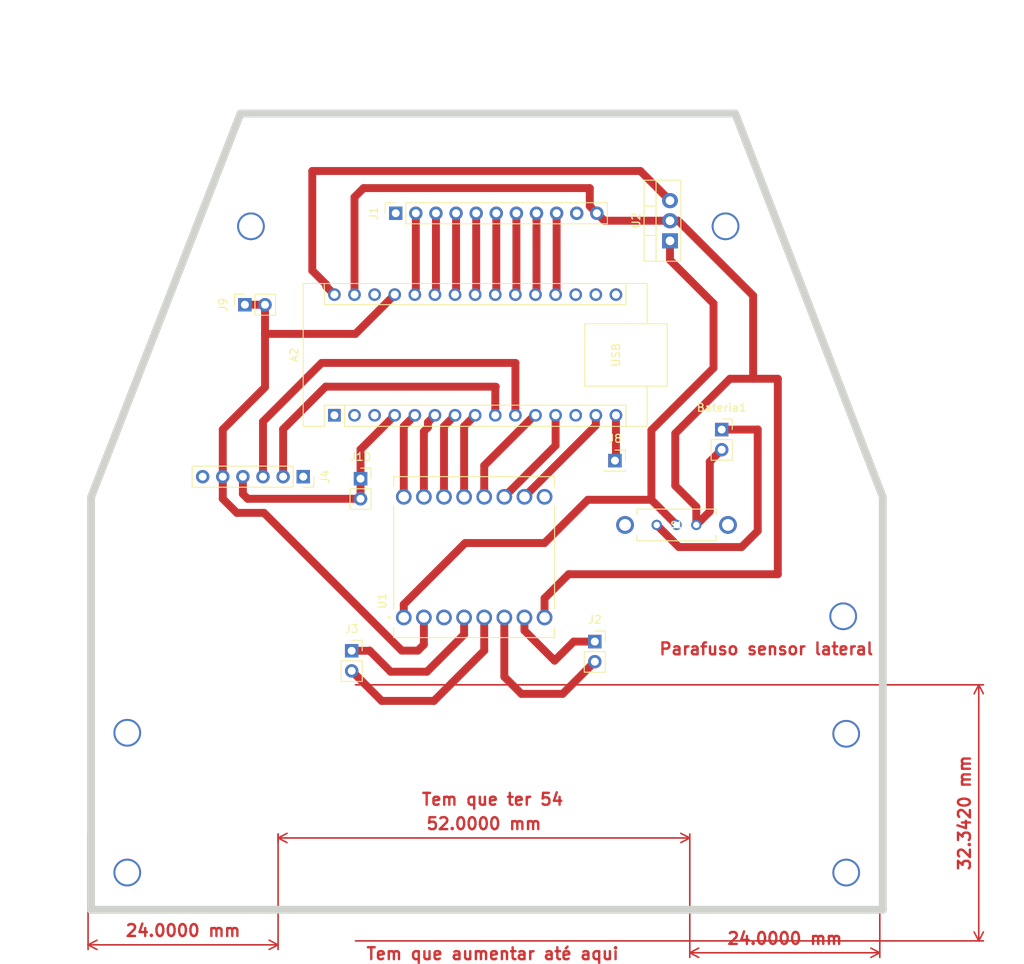
<source format=kicad_pcb>
(kicad_pcb (version 20240108) (generator "pcbnew") (generator_version "8.0")
  (layers (0 "F.Cu" signal) (31 "B.Cu" signal) (34 "B.Paste" user) (35 "F.Paste" user) (36 "B.SilkS" user "B.Silkscreen") (37 "F.SilkS" user "F.Silkscreen") (38 "B.Mask" user) (39 "F.Mask" user) (44 "Edge.Cuts" user))
  (net 0 "")
  (net 3 "Net-(A2-D12)")
  (net 4 "Net-(A2-A1)")
  (net 5 "Net-(A2-A4)")
  (net 7 "Net-(A2-A0)")
  (net 8 "Net-(A2-A7)")
  (net 9 "Net-(A2-A6)")
  (net 10 "Net-(A2-A3)")
  (net 11 "Net-(A2-A5)")
  (net 14 "Net-(A2-D9)")
  (net 16 "Net-(A2-A2)")
  (net 17 "Alimentação sensores")
  (net 18 "Net-(Bateria1-+)")
  (net 19 "Net-(A2-D8)")
  (net 22 "Net-(A2-D3)")
  (net 23 "Net-(A2-D4)")
  (net 24 "Net-(A2-D5)")
  (net 25 "Net-(A2-D2)")
  (net 26 "Net-(A2-D11)")
  (net 27 "GND")
  (net 28 "Net-(J3--)")
  (net 29 "Net-(J2-+)")
  (net 30 "Net-(J2--)")
  (net 31 "Net-(J3-+)")
  (net 36 "Net-(U1-VM)")
  (net 37 "/D6")
  (net 38 "/D7")
  (net 40 "Bateria Arduino")
  (footprint "ROB_14450:MODULE_ROB-14450" (layer "F.Cu") (at 159.766 110.527 90)
    (property "Reference" "U1" (at -5.5332 -11.6132 -90) (layer "F.SilkS"))
    (property "Value" "ROB-14450")
    (fp_line (start 8.89 -10.16) (end 10.16 -10.16) (stroke (width 0.127)) (layer "F.SilkS"))
    (fp_line (start -6.5 -10.16) (end 6.5 -10.16) (stroke (width 0.127)) (layer "F.SilkS"))
    (fp_line (start -8.89 -10.16) (end -10.16 -10.16) (stroke (width 0.127)) (layer "F.SilkS"))
    (fp_line (start -10.16 -10.16) (end -10.16 10.16) (stroke (width 0.127)) (layer "F.SilkS"))
    (fp_line (start 10.16 10.16) (end 10.16 -10.16) (stroke (width 0.127)) (layer "F.SilkS"))
    (fp_line (start 8.89 10.16) (end 10.16 10.16) (stroke (width 0.127)) (layer "F.SilkS"))
    (fp_line (start -6.5 10.16) (end 6.5 10.16) (stroke (width 0.127)) (layer "F.SilkS"))
    (fp_line (start -8.89 10.16) (end -10.16 10.16) (stroke (width 0.127)) (layer "F.SilkS"))
    (fp_circle (center -7.62 -10.7282) (end -7.52 -10.7282) (stroke (width 0.2)) (fill none) (layer "F.SilkS"))
    (pad "1" thru_hole circle (at -7.62 -8.89 90) (size 1.98 1.98) (drill 1.32) (layers "*.Cu" "*.Mask") (net 36 "Net-(U1-VM)"))
    (pad "2" thru_hole circle (at -7.62 -6.35 90) (size 1.98 1.98) (drill 1.32) (layers "*.Cu" "*.Mask") (net 17 "Alimentação sensores"))
    (pad "3" thru_hole circle (at -7.62 -3.81 90) (size 1.98 1.98) (drill 1.32) (layers "*.Cu" "*.Mask"))
    (pad "4" thru_hole circle (at -7.62 -1.27 90) (size 1.98 1.98) (drill 1.32) (layers "*.Cu" "*.Mask") (net 31 "Net-(J3-+)"))
    (pad "5" thru_hole circle (at -7.62 1.27 90) (size 1.98 1.98) (drill 1.32) (layers "*.Cu" "*.Mask") (net 28 "Net-(J3--)"))
    (pad "6" thru_hole circle (at -7.62 3.81 90) (size 1.98 1.98) (drill 1.32) (layers "*.Cu" "*.Mask") (net 30 "Net-(J2--)"))
    (pad "7" thru_hole circle (at -7.62 6.35 90) (size 1.98 1.98) (drill 1.32) (layers "*.Cu" "*.Mask") (net 29 "Net-(J2-+)"))
    (pad "8" thru_hole circle (at -7.62 8.89 90) (size 1.98 1.98) (drill 1.32) (layers "*.Cu" "*.Mask") (net 27 "GND"))
    (pad "9" thru_hole circle (at 7.62 8.89 90) (size 1.98 1.98) (drill 1.32) (layers "*.Cu" "*.Mask"))
    (pad "10" thru_hole circle (at 7.62 6.35 90) (size 1.98 1.98) (drill 1.32) (layers "*.Cu" "*.Mask") (net 26 "Net-(A2-D11)"))
    (pad "11" thru_hole circle (at 7.62 3.81 90) (size 1.98 1.98) (drill 1.32) (layers "*.Cu" "*.Mask") (net 14 "Net-(A2-D9)"))
    (pad "12" thru_hole circle (at 7.62 1.27 90) (size 1.98 1.98) (drill 1.32) (layers "*.Cu" "*.Mask") (net 19 "Net-(A2-D8)"))
    (pad "13" thru_hole circle (at 7.62 -1.27 90) (size 1.98 1.98) (drill 1.32) (layers "*.Cu" "*.Mask") (net 24 "Net-(A2-D5)"))
    (pad "14" thru_hole circle (at 7.62 -3.81 90) (size 1.98 1.98) (drill 1.32) (layers "*.Cu" "*.Mask") (net 23 "Net-(A2-D4)"))
    (pad "15" thru_hole circle (at 7.62 -6.35 90) (size 1.98 1.98) (drill 1.32) (layers "*.Cu" "*.Mask") (net 22 "Net-(A2-D3)"))
    (pad "16" thru_hole circle (at 7.62 -8.89 90) (size 1.98 1.98) (drill 1.32) (layers "*.Cu" "*.Mask") (net 25 "Net-(A2-D2)"))
  )
  (footprint "Connector_PinSocket_2.54mm:PinSocket_1x01_P2.54mm_Vertical" (layer "F.Cu") (at 177.546 98.335)
    (property "Reference" "J8" (at 0 -2.77 0) (layer "F.SilkS"))
    (property "Value" "Conector sensor lateral Direita")
    (fp_line (start -1.33 1.21) (end -1.33 1.33) (stroke (width 0.12)) (layer "F.SilkS"))
    (fp_line (start -1.33 1.33) (end 1.33 1.33) (stroke (width 0.12)) (layer "F.SilkS"))
    (fp_line (start 0 -1.33) (end 1.33 -1.33) (stroke (width 0.12)) (layer "F.SilkS"))
    (fp_line (start 1.33 -1.33) (end 1.33 0) (stroke (width 0.12)) (layer "F.SilkS"))
    (fp_line (start 1.33 1.21) (end 1.33 1.33) (stroke (width 0.12)) (layer "F.SilkS"))
    (pad "1" thru_hole rect (at 0 0) (size 1.7 1.7) (drill 1) (layers "*.Cu" "*.Mask") (net 3 "Net-(A2-D12)"))
  )
  (footprint "Module:Arduino_Nano" (layer "F.Cu") (at 142.113 92.61 90)
    (property "Reference" "A2" (at 7.62 -5.08 -90) (layer "F.SilkS"))
    (property "Value" "Arduino_Nano_v2.x")
    (fp_line (start 16.64 -3.94) (end -1.4 -3.94) (stroke (width 0.12)) (layer "F.SilkS"))
    (fp_line (start -1.4 -3.94) (end -1.4 -1.27) (stroke (width 0.12)) (layer "F.SilkS"))
    (fp_line (start 13.97 -1.27) (end 16.64 -1.27) (stroke (width 0.12)) (layer "F.SilkS"))
    (fp_line (start 13.97 -1.27) (end 13.97 36.83) (stroke (width 0.12)) (layer "F.SilkS"))
    (fp_line (start 1.27 -1.27) (end -1.4 -1.27) (stroke (width 0.12)) (layer "F.SilkS"))
    (fp_line (start 1.27 1.27) (end 1.27 -1.27) (stroke (width 0.12)) (layer "F.SilkS"))
    (fp_line (start 1.27 1.27) (end -1.4 1.27) (stroke (width 0.12)) (layer "F.SilkS"))
    (fp_line (start 1.27 1.27) (end 1.27 36.83) (stroke (width 0.12)) (layer "F.SilkS"))
    (fp_line (start -1.4 1.27) (end -1.4 39.5) (stroke (width 0.12)) (layer "F.SilkS"))
    (fp_line (start 11.56 31.62) (end 11.56 42.04) (stroke (width 0.12)) (layer "F.SilkS"))
    (fp_line (start 3.68 31.62) (end 11.56 31.62) (stroke (width 0.12)) (layer "F.SilkS"))
    (fp_line (start 13.97 36.83) (end 16.64 36.83) (stroke (width 0.12)) (layer "F.SilkS"))
    (fp_line (start 1.27 36.83) (end -1.4 36.83) (stroke (width 0.12)) (layer "F.SilkS"))
    (fp_line (start 16.64 39.5) (end 16.64 -3.94) (stroke (width 0.12)) (layer "F.SilkS"))
    (fp_line (start 16.64 39.5) (end 11.56 39.5) (stroke (width 0.12)) (layer "F.SilkS"))
    (fp_line (start -1.4 39.5) (end 3.68 39.5) (stroke (width 0.12)) (layer "F.SilkS"))
    (fp_line (start 11.56 42.04) (end 3.68 42.04) (stroke (width 0.12)) (layer "F.SilkS"))
    (fp_line (start 3.68 42.04) (end 3.68 31.62) (stroke (width 0.12)) (layer "F.SilkS"))
    (fp_text user "USB" (at 7.62 35.56 90) (layer "F.SilkS"))
    (pad "1" thru_hole rect (at 0 0 90) (size 1.6 1.6) (drill 1) (layers "*.Cu" "*.Mask"))
    (pad "2" thru_hole oval (at 0 2.54 90) (size 1.6 1.6) (drill 1) (layers "*.Cu" "*.Mask"))
    (pad "3" thru_hole oval (at 0 5.08 90) (size 1.6 1.6) (drill 1) (layers "*.Cu" "*.Mask"))
    (pad "4" thru_hole oval (at 0 7.62 90) (size 1.6 1.6) (drill 1) (layers "*.Cu" "*.Mask") (net 27 "GND"))
    (pad "5" thru_hole oval (at 0 10.16 90) (size 1.6 1.6) (drill 1) (layers "*.Cu" "*.Mask") (net 25 "Net-(A2-D2)"))
    (pad "6" thru_hole oval (at 0 12.7 90) (size 1.6 1.6) (drill 1) (layers "*.Cu" "*.Mask") (net 22 "Net-(A2-D3)"))
    (pad "7" thru_hole oval (at 0 15.24 90) (size 1.6 1.6) (drill 1) (layers "*.Cu" "*.Mask") (net 23 "Net-(A2-D4)"))
    (pad "8" thru_hole oval (at 0 17.78 90) (size 1.6 1.6) (drill 1) (layers "*.Cu" "*.Mask") (net 24 "Net-(A2-D5)"))
    (pad "9" thru_hole oval (at 0 20.32 90) (size 1.6 1.6) (drill 1) (layers "*.Cu" "*.Mask") (net 37 "/D6"))
    (pad "10" thru_hole oval (at 0 22.86 90) (size 1.6 1.6) (drill 1) (layers "*.Cu" "*.Mask") (net 38 "/D7"))
    (pad "11" thru_hole oval (at 0 25.4 90) (size 1.6 1.6) (drill 1) (layers "*.Cu" "*.Mask") (net 19 "Net-(A2-D8)"))
    (pad "12" thru_hole oval (at 0 27.94 90) (size 1.6 1.6) (drill 1) (layers "*.Cu" "*.Mask") (net 14 "Net-(A2-D9)"))
    (pad "13" thru_hole oval (at 0 30.48 90) (size 1.6 1.6) (drill 1) (layers "*.Cu" "*.Mask"))
    (pad "14" thru_hole oval (at 0 33.02 90) (size 1.6 1.6) (drill 1) (layers "*.Cu" "*.Mask") (net 26 "Net-(A2-D11)"))
    (pad "15" thru_hole oval (at 0 35.56 90) (size 1.6 1.6) (drill 1) (layers "*.Cu" "*.Mask") (net 3 "Net-(A2-D12)"))
    (pad "16" thru_hole oval (at 15.24 35.56 90) (size 1.6 1.6) (drill 1) (layers "*.Cu" "*.Mask"))
    (pad "17" thru_hole oval (at 15.24 33.02 90) (size 1.6 1.6) (drill 1) (layers "*.Cu" "*.Mask"))
    (pad "18" thru_hole oval (at 15.24 30.48 90) (size 1.6 1.6) (drill 1) (layers "*.Cu" "*.Mask"))
    (pad "19" thru_hole oval (at 15.24 27.94 90) (size 1.6 1.6) (drill 1) (layers "*.Cu" "*.Mask") (net 7 "Net-(A2-A0)"))
    (pad "20" thru_hole oval (at 15.24 25.4 90) (size 1.6 1.6) (drill 1) (layers "*.Cu" "*.Mask") (net 4 "Net-(A2-A1)"))
    (pad "21" thru_hole oval (at 15.24 22.86 90) (size 1.6 1.6) (drill 1) (layers "*.Cu" "*.Mask") (net 16 "Net-(A2-A2)"))
    (pad "22" thru_hole oval (at 15.24 20.32 90) (size 1.6 1.6) (drill 1) (layers "*.Cu" "*.Mask") (net 10 "Net-(A2-A3)"))
    (pad "23" thru_hole oval (at 15.24 17.78 90) (size 1.6 1.6) (drill 1) (layers "*.Cu" "*.Mask") (net 5 "Net-(A2-A4)"))
    (pad "24" thru_hole oval (at 15.24 15.24 90) (size 1.6 1.6) (drill 1) (layers "*.Cu" "*.Mask") (net 11 "Net-(A2-A5)"))
    (pad "25" thru_hole oval (at 15.24 12.7 90) (size 1.6 1.6) (drill 1) (layers "*.Cu" "*.Mask") (net 9 "Net-(A2-A6)"))
    (pad "26" thru_hole oval (at 15.24 10.16 90) (size 1.6 1.6) (drill 1) (layers "*.Cu" "*.Mask") (net 8 "Net-(A2-A7)"))
    (pad "27" thru_hole oval (at 15.24 7.62 90) (size 1.6 1.6) (drill 1) (layers "*.Cu" "*.Mask") (net 17 "Alimentação sensores"))
    (pad "28" thru_hole oval (at 15.24 5.08 90) (size 1.6 1.6) (drill 1) (layers "*.Cu" "*.Mask"))
    (pad "29" thru_hole oval (at 15.24 2.54 90) (size 1.6 1.6) (drill 1) (layers "*.Cu" "*.Mask") (net 27 "GND"))
    (pad "30" thru_hole oval (at 15.24 0 90) (size 1.6 1.6) (drill 1) (layers "*.Cu" "*.Mask") (net 40 "Bateria Arduino"))
  )
  (footprint "Connector_PinSocket_2.54mm:PinSocket_1x02_P2.54mm_Vertical" (layer "F.Cu") (at 130.81 78.65 90)
    (property "Reference" "J9" (at 0 -2.77 -90) (layer "F.SilkS"))
    (property "Value" "VCC pinos")
    (fp_line (start 1.33 -1.33) (end 1.33 0) (stroke (width 0.12)) (layer "F.SilkS"))
    (fp_line (start 0 -1.33) (end 1.33 -1.33) (stroke (width 0.12)) (layer "F.SilkS"))
    (fp_line (start 1.33 1.27) (end 1.33 3.87) (stroke (width 0.12)) (layer "F.SilkS"))
    (fp_line (start -1.33 1.27) (end 1.33 1.27) (stroke (width 0.12)) (layer "F.SilkS"))
    (fp_line (start -1.33 1.27) (end -1.33 3.87) (stroke (width 0.12)) (layer "F.SilkS"))
    (fp_line (start -1.33 3.87) (end 1.33 3.87) (stroke (width 0.12)) (layer "F.SilkS"))
    (pad "1" thru_hole rect (at 0 0 90) (size 1.7 1.7) (drill 1) (layers "*.Cu" "*.Mask") (net 17 "Alimentação sensores"))
    (pad "2" thru_hole oval (at 0 2.54 90) (size 1.7 1.7) (drill 1) (layers "*.Cu" "*.Mask") (net 17 "Alimentação sensores"))
  )
  (footprint "Connector_PinSocket_2.54mm:PinSocket_1x02_P2.54mm_Vertical" (layer "F.Cu") (at 191.033 94.418)
    (property "Reference" "Bateria1" (at 0 -2.77 0) (layer "F.SilkS"))
    (property "Value" "Entrada bateria")
    (fp_line (start -1.33 1.27) (end -1.33 3.87) (stroke (width 0.12)) (layer "F.SilkS"))
    (fp_line (start -1.33 1.27) (end 1.33 1.27) (stroke (width 0.12)) (layer "F.SilkS"))
    (fp_line (start -1.33 3.87) (end 1.33 3.87) (stroke (width 0.12)) (layer "F.SilkS"))
    (fp_line (start 0 -1.33) (end 1.33 -1.33) (stroke (width 0.12)) (layer "F.SilkS"))
    (fp_line (start 1.33 -1.33) (end 1.33 0) (stroke (width 0.12)) (layer "F.SilkS"))
    (fp_line (start 1.33 1.27) (end 1.33 3.87) (stroke (width 0.12)) (layer "F.SilkS"))
    (pad "1" thru_hole rect (at 0 0) (size 1.7 1.7) (drill 1) (layers "*.Cu" "*.Mask") (net 18 "Net-(Bateria1-+)"))
    (pad "2" thru_hole oval (at 0 2.54) (size 1.7 1.7) (drill 1) (layers "*.Cu" "*.Mask") (net 27 "GND"))
  )
  (footprint "Connector_PinSocket_2.54mm:PinSocket_1x11_P2.54mm_Vertical" (layer "F.Cu") (at 149.86 67.093 90)
    (property "Reference" "J1" (at 0 -2.77 -90) (layer "F.SilkS"))
    (property "Value" "Conn_01x11_Pin")
    (fp_line (start 1.33 -1.33) (end 1.33 0) (stroke (width 0.12)) (layer "F.SilkS"))
    (fp_line (start 0 -1.33) (end 1.33 -1.33) (stroke (width 0.12)) (layer "F.SilkS"))
    (fp_line (start 1.33 1.27) (end 1.33 26.73) (stroke (width 0.12)) (layer "F.SilkS"))
    (fp_line (start -1.33 1.27) (end 1.33 1.27) (stroke (width 0.12)) (layer "F.SilkS"))
    (fp_line (start -1.33 1.27) (end -1.33 26.73) (stroke (width 0.12)) (layer "F.SilkS"))
    (fp_line (start -1.33 26.73) (end 1.33 26.73) (stroke (width 0.12)) (layer "F.SilkS"))
    (pad "1" thru_hole rect (at 0 0 90) (size 1.7 1.7) (drill 1) (layers "*.Cu" "*.Mask") (net 17 "Alimentação sensores"))
    (pad "2" thru_hole oval (at 0 2.54 90) (size 1.7 1.7) (drill 1) (layers "*.Cu" "*.Mask") (net 8 "Net-(A2-A7)"))
    (pad "3" thru_hole oval (at 0 5.08 90) (size 1.7 1.7) (drill 1) (layers "*.Cu" "*.Mask") (net 9 "Net-(A2-A6)"))
    (pad "4" thru_hole oval (at 0 7.62 90) (size 1.7 1.7) (drill 1) (layers "*.Cu" "*.Mask") (net 11 "Net-(A2-A5)"))
    (pad "5" thru_hole oval (at 0 10.16 90) (size 1.7 1.7) (drill 1) (layers "*.Cu" "*.Mask") (net 5 "Net-(A2-A4)"))
    (pad "6" thru_hole oval (at 0 12.7 90) (size 1.7 1.7) (drill 1) (layers "*.Cu" "*.Mask") (net 10 "Net-(A2-A3)"))
    (pad "7" thru_hole oval (at 0 15.24 90) (size 1.7 1.7) (drill 1) (layers "*.Cu" "*.Mask") (net 16 "Net-(A2-A2)"))
    (pad "8" thru_hole oval (at 0 17.78 90) (size 1.7 1.7) (drill 1) (layers "*.Cu" "*.Mask") (net 4 "Net-(A2-A1)"))
    (pad "9" thru_hole oval (at 0 20.32 90) (size 1.7 1.7) (drill 1) (layers "*.Cu" "*.Mask") (net 7 "Net-(A2-A0)"))
    (pad "10" thru_hole oval (at 0 22.86 90) (size 1.7 1.7) (drill 1) (layers "*.Cu" "*.Mask"))
    (pad "11" thru_hole oval (at 0 25.4 90) (size 1.7 1.7) (drill 1) (layers "*.Cu" "*.Mask") (net 27 "GND"))
  )
  (footprint "Connector_PinSocket_2.54mm:PinSocket_1x02_P2.54mm_Vertical" (layer "F.Cu") (at 175.006 121.195)
    (property "Reference" "J2" (at 0 -2.77 0) (layer "F.SilkS"))
    (property "Value" "Motor 1")
    (fp_line (start -1.33 1.27) (end -1.33 3.87) (stroke (width 0.12)) (layer "F.SilkS"))
    (fp_line (start -1.33 1.27) (end 1.33 1.27) (stroke (width 0.12)) (layer "F.SilkS"))
    (fp_line (start -1.33 3.87) (end 1.33 3.87) (stroke (width 0.12)) (layer "F.SilkS"))
    (fp_line (start 0 -1.33) (end 1.33 -1.33) (stroke (width 0.12)) (layer "F.SilkS"))
    (fp_line (start 1.33 -1.33) (end 1.33 0) (stroke (width 0.12)) (layer "F.SilkS"))
    (fp_line (start 1.33 1.27) (end 1.33 3.87) (stroke (width 0.12)) (layer "F.SilkS"))
    (pad "1" thru_hole rect (at 0 0) (size 1.7 1.7) (drill 1) (layers "*.Cu" "*.Mask") (net 29 "Net-(J2-+)"))
    (pad "2" thru_hole oval (at 0 2.54) (size 1.7 1.7) (drill 1) (layers "*.Cu" "*.Mask") (net 30 "Net-(J2--)"))
  )
  (footprint "Package_TO_SOT_THT:TO-220-3_Vertical" (layer "F.Cu") (at 184.5 70.58 90)
    (property "Reference" "U2" (at 2.54 -4.27 -90) (layer "F.SilkS"))
    (property "Value" "LM7805_TO220")
    (fp_line (start 7.66 -3.27) (end 7.66 1.371) (stroke (width 0.12)) (layer "F.SilkS"))
    (fp_line (start 4.391 -3.27) (end 4.391 -1.76) (stroke (width 0.12)) (layer "F.SilkS"))
    (fp_line (start 0.69 -3.27) (end 0.69 -1.76) (stroke (width 0.12)) (layer "F.SilkS"))
    (fp_line (start -2.58 -3.27) (end 7.66 -3.27) (stroke (width 0.12)) (layer "F.SilkS"))
    (fp_line (start -2.58 -3.27) (end -2.58 1.371) (stroke (width 0.12)) (layer "F.SilkS"))
    (fp_line (start -2.58 -1.76) (end 7.66 -1.76) (stroke (width 0.12)) (layer "F.SilkS"))
    (fp_line (start -2.58 1.371) (end 7.66 1.371) (stroke (width 0.12)) (layer "F.SilkS"))
    (pad "1" thru_hole rect (at 0 0 90) (size 1.905 2) (drill 1.1) (layers "*.Cu" "*.Mask") (net 36 "Net-(U1-VM)"))
    (pad "2" thru_hole oval (at 2.54 0 90) (size 1.905 2) (drill 1.1) (layers "*.Cu" "*.Mask") (net 27 "GND"))
    (pad "3" thru_hole oval (at 5.08 0 90) (size 1.905 2) (drill 1.1) (layers "*.Cu" "*.Mask") (net 40 "Bateria Arduino"))
  )
  (footprint "Connector_PinSocket_2.54mm:PinSocket_1x06_P2.54mm_Vertical" (layer "F.Cu") (at 138.176 100.367 -90)
    (property "Reference" "J4" (at 0 -2.77 90) (layer "F.SilkS"))
    (property "Value" "Modulo bluetooth")
    (fp_line (start -1.33 14.03) (end 1.33 14.03) (stroke (width 0.12)) (layer "F.SilkS"))
    (fp_line (start -1.33 1.27) (end -1.33 14.03) (stroke (width 0.12)) (layer "F.SilkS"))
    (fp_line (start -1.33 1.27) (end 1.33 1.27) (stroke (width 0.12)) (layer "F.SilkS"))
    (fp_line (start 1.33 1.27) (end 1.33 14.03) (stroke (width 0.12)) (layer "F.SilkS"))
    (fp_line (start 0 -1.33) (end 1.33 -1.33) (stroke (width 0.12)) (layer "F.SilkS"))
    (fp_line (start 1.33 -1.33) (end 1.33 0) (stroke (width 0.12)) (layer "F.SilkS"))
    (pad "1" thru_hole rect (at 0 0 270) (size 1.7 1.7) (drill 1) (layers "*.Cu" "*.Mask"))
    (pad "2" thru_hole oval (at 0 2.54 270) (size 1.7 1.7) (drill 1) (layers "*.Cu" "*.Mask") (net 37 "/D6"))
    (pad "3" thru_hole oval (at 0 5.08 270) (size 1.7 1.7) (drill 1) (layers "*.Cu" "*.Mask") (net 38 "/D7"))
    (pad "4" thru_hole oval (at 0 7.62 270) (size 1.7 1.7) (drill 1) (layers "*.Cu" "*.Mask") (net 27 "GND"))
    (pad "5" thru_hole oval (at 0 10.16 270) (size 1.7 1.7) (drill 1) (layers "*.Cu" "*.Mask") (net 17 "Alimentação sensores"))
    (pad "6" thru_hole oval (at 0 12.7 270) (size 1.7 1.7) (drill 1) (layers "*.Cu" "*.Mask"))
  )
  (footprint "Connector_PinSocket_2.54mm:PinSocket_1x02_P2.54mm_Vertical" (layer "F.Cu") (at 144.297 122.358)
    (property "Reference" "J3" (at 0 -2.77 0) (layer "F.SilkS"))
    (property "Value" "Motor 1")
    (fp_line (start -1.33 1.27) (end -1.33 3.87) (stroke (width 0.12)) (layer "F.SilkS"))
    (fp_line (start -1.33 1.27) (end 1.33 1.27) (stroke (width 0.12)) (layer "F.SilkS"))
    (fp_line (start -1.33 3.87) (end 1.33 3.87) (stroke (width 0.12)) (layer "F.SilkS"))
    (fp_line (start 0 -1.33) (end 1.33 -1.33) (stroke (width 0.12)) (layer "F.SilkS"))
    (fp_line (start 1.33 -1.33) (end 1.33 0) (stroke (width 0.12)) (layer "F.SilkS"))
    (fp_line (start 1.33 1.27) (end 1.33 3.87) (stroke (width 0.12)) (layer "F.SilkS"))
    (pad "1" thru_hole rect (at 0 0) (size 1.7 1.7) (drill 1) (layers "*.Cu" "*.Mask") (net 31 "Net-(J3-+)"))
    (pad "2" thru_hole oval (at 0 2.54) (size 1.7 1.7) (drill 1) (layers "*.Cu" "*.Mask") (net 28 "Net-(J3--)"))
  )
  (footprint "EG1213:SW_EG1213" (layer "F.Cu") (at 185.325 106.463)
    (property "Reference" "S1" (at 0 0 0) (layer "F.SilkS") (effects (font (size 0.787402 0.787402))))
    (property "Value" "EG1213" (hide yes))
    (fp_line (start -5 -2) (end -5 -1.3) (stroke (width 0.127)) (layer "F.SilkS"))
    (fp_line (start -5 -2) (end 5 -2) (stroke (width 0.127)) (layer "F.SilkS"))
    (fp_line (start -5 1.3) (end -5 2) (stroke (width 0.127)) (layer "F.SilkS"))
    (fp_line (start -2 2) (end -5 2) (stroke (width 0.127)) (layer "F.SilkS"))
    (fp_line (start 0 2) (end -2 2) (stroke (width 0.127)) (layer "F.SilkS"))
    (fp_line (start 2 2) (end 0 2) (stroke (width 0.127)) (layer "F.SilkS"))
    (fp_line (start 5 -2) (end 5 -1.3) (stroke (width 0.127)) (layer "F.SilkS"))
    (fp_line (start 5 1.3) (end 5 2) (stroke (width 0.127)) (layer "F.SilkS"))
    (fp_line (start 5 2) (end 2 2) (stroke (width 0.127)) (layer "F.SilkS"))
    (pad "1" thru_hole circle (at -2.5 0) (size 1.308 1.308) (drill 0.8) (layers "*.Cu" "*.Mask") (net 18 "Net-(Bateria1-+)"))
    (pad "2" thru_hole circle (at 0 0) (size 1.308 1.308) (drill 0.8) (layers "*.Cu" "*.Mask") (net 36 "Net-(U1-VM)"))
    (pad "3" thru_hole circle (at 2.5 0) (size 1.308 1.308) (drill 0.8) (layers "*.Cu" "*.Mask") (net 27 "GND"))
    (pad "P$4" thru_hole circle (at -6.5 0) (size 2.25 2.25) (drill 1.5) (layers "*.Cu" "*.Mask"))
    (pad "P$5" thru_hole circle (at 6.5 0) (size 2.25 2.25) (drill 1.5) (layers "*.Cu" "*.Mask"))
  )
  (footprint "Connector_PinSocket_2.54mm:PinSocket_1x02_P2.54mm_Vertical" (layer "F.Cu") (at 145.415 100.621)
    (property "Reference" "J10" (at 0 -2.77 0) (layer "F.SilkS"))
    (property "Value" "GND pinos")
    (fp_line (start -1.33 1.27) (end -1.33 3.87) (stroke (width 0.12)) (layer "F.SilkS"))
    (fp_line (start -1.33 1.27) (end 1.33 1.27) (stroke (width 0.12)) (layer "F.SilkS"))
    (fp_line (start -1.33 3.87) (end 1.33 3.87) (stroke (width 0.12)) (layer "F.SilkS"))
    (fp_line (start 0 -1.33) (end 1.33 -1.33) (stroke (width 0.12)) (layer "F.SilkS"))
    (fp_line (start 1.33 -1.33) (end 1.33 0) (stroke (width 0.12)) (layer "F.SilkS"))
    (fp_line (start 1.33 1.27) (end 1.33 3.87) (stroke (width 0.12)) (layer "F.SilkS"))
    (pad "1" thru_hole rect (at 0 0) (size 1.7 1.7) (drill 1) (layers "*.Cu" "*.Mask") (net 27 "GND"))
    (pad "2" thru_hole oval (at 0 2.54) (size 1.7 1.7) (drill 1) (layers "*.Cu" "*.Mask") (net 27 "GND"))
  )
  (gr_line (start 111.5 155) (end 161.5 155) (stroke (width 0.2)) (layer "F.Cu"))
  (gr_line (start 130.259283 54.5) (end 111.379 102.955) (stroke (width 1)) (layer "Edge.Cuts"))
  (gr_line (start 211.379 155.067) (end 211.379 103) (stroke (width 1)) (layer "Edge.Cuts"))
  (gr_line (start 192.740717 54.5) (end 130.259283 54.5) (stroke (width 1)) (layer "Edge.Cuts"))
  (gr_line (start 192.740717 54.5) (end 211.379 102.955) (stroke (width 1)) (layer "Edge.Cuts"))
  (gr_line (start 111.415565 102.963001) (end 111.415565 155.067) (stroke (width 0.05)) (layer "Edge.Cuts"))
  (gr_line (start 111.379 155.067) (end 211.379 155.067) (stroke (width 1)) (layer "Edge.Cuts"))
  (gr_line (start 111.379 102.955) (end 111.379 155.067) (stroke (width 1)) (layer "Edge.Cuts"))
  (gr_text "Tem que ter 54" (at 153 142 0) (layer "F.Cu") (effects (font (size 1.5 1.5) (thickness 0.3) (bold yes)) (justify left bottom)))
  (gr_text "Parafuso sensor lateral" (at 183 123 0) (layer "F.Cu") (effects (font (size 1.5 1.5) (thickness 0.3) (bold yes)) (justify left bottom)))
  (gr_text "Tem que aumentar até aqui" (at 146 161.5 0) (layer "F.Cu") (effects (font (size 1.5 1.5) (thickness 0.3) (bold yes)) (justify left bottom)))
  (dimension (type aligned) (layer "F.Cu") (pts (xy 135 145) (xy 187 145)) (height 1) (gr_text "52,0000 mm" (at 161 144.2 0) (layer "F.Cu") (effects (font (size 1.5 1.5) (thickness 0.3)))) (format (prefix "") (suffix "") (units 3) (units_format 1) (precision 4)) (style (thickness 0.2) (arrow_length 1.27) (text_position_mode 0) (extension_height 0.58642) (extension_offset 0.5) keep_text_aligned))
  (dimension (type aligned) (layer "F.Cu") (pts (xy 144.272 126.658) (xy 144.272 159)) (height -79.228) (gr_text "32,3420 mm" (at 221.7 142.829 90) (layer "F.Cu") (effects (font (size 1.5 1.5) (thickness 0.3)))) (format (prefix "") (suffix "") (units 3) (units_format 1) (precision 4)) (style (thickness 0.2) (arrow_length 1.27) (text_position_mode 0) (extension_height 0.58642) (extension_offset 0.5) keep_text_aligned))
  (dimension (type aligned) (layer "F.Cu") (pts (xy 111 145) (xy 135 145)) (height 14.5) (gr_text "24,0000 mm" (at 123 157.7 0) (layer "F.Cu") (effects (font (size 1.5 1.5) (thickness 0.3)))) (format (prefix "") (suffix "") (units 3) (units_format 1) (precision 4)) (style (thickness 0.2) (arrow_length 1.27) (text_position_mode 0) (extension_height 0.58642) (extension_offset 0.5) keep_text_aligned))
  (dimension (type aligned) (layer "F.Cu") (pts (xy 211 146) (xy 187 146)) (height -14.5) (gr_text "24,0000 mm" (at 199 158.7 0) (layer "F.Cu") (effects (font (size 1.5 1.5) (thickness 0.3)))) (format (prefix "") (suffix "") (units 3) (units_format 1) (precision 4)) (style (thickness 0.2) (arrow_length 1.27) (text_position_mode 0) (extension_height 0.58642) (extension_offset 0.5) keep_text_aligned))
  (via (at 206.756 150.368) (size 3.5) (drill 3) (layers "F.Cu" "B.Cu") (net 0))
  (via (at 191.516 68.744) (size 3.5) (drill 3) (layers "F.Cu" "B.Cu") (net 0))
  (via (at 131.572 68.744) (size 3.5) (drill 3) (layers "F.Cu" "B.Cu") (net 0))
  (via (at 206.756 132.842) (size 3.5) (drill 3) (layers "F.Cu" "B.Cu") (net 0))
  (via (at 206.375 118) (size 3.5) (drill 3) (layers "F.Cu" "B.Cu") (net 0))
  (via (at 115.951 132.715) (size 3.5) (drill 3) (layers "F.Cu" "B.Cu") (net 0))
  (via (at 115.951 150.368) (size 3.5) (drill 3) (layers "F.Cu" "B.Cu") (net 0))
  (segment (start 177.673 92.61) (end 177.673 98.208) (width 1) (layer "F.Cu") (net 3))
  (segment (start 177.673 98.208) (end 177.546 98.335) (width 1) (layer "F.Cu") (net 3))
  (segment (start 167.64 77.243) (end 167.513 77.37) (width 1) (layer "F.Cu") (net 4))
  (segment (start 167.64 67.093) (end 167.64 77.243) (width 1) (layer "F.Cu") (net 4))
  (segment (start 160.02 67.093) (end 160.02 77.243) (width 1) (layer "F.Cu") (net 5))
  (segment (start 160.02 77.243) (end 159.893 77.37) (width 1) (layer "F.Cu") (net 5))
  (segment (start 170.18 67.093) (end 170.18 77.243) (width 1) (layer "F.Cu") (net 7))
  (segment (start 170.18 77.243) (end 170.053 77.37) (width 1) (layer "F.Cu") (net 7))
  (segment (start 152.4 67.093) (end 152.4 77.243) (width 1) (layer "F.Cu") (net 8))
  (segment (start 152.4 77.243) (end 152.273 77.37) (width 1) (layer "F.Cu") (net 8))
  (segment (start 154.94 67.093) (end 154.94 77.243) (width 1) (layer "F.Cu") (net 9))
  (segment (start 154.94 77.243) (end 154.813 77.37) (width 1) (layer "F.Cu") (net 9))
  (segment (start 162.56 77.243) (end 162.433 77.37) (width 1) (layer "F.Cu") (net 10))
  (segment (start 162.56 67.093) (end 162.56 77.243) (width 1) (layer "F.Cu") (net 10))
  (segment (start 157.48 77.243) (end 157.353 77.37) (width 1) (layer "F.Cu") (net 11))
  (segment (start 157.48 67.093) (end 157.48 77.243) (width 1) (layer "F.Cu") (net 11))
  (segment (start 163.576 102.907) (end 170.053 96.43) (width 1) (layer "F.Cu") (net 14))
  (segment (start 170.053 96.43) (end 170.053 92.61) (width 1) (layer "F.Cu") (net 14))
  (segment (start 165.1 77.243) (end 164.973 77.37) (width 1) (layer "F.Cu") (net 16))
  (segment (start 165.1 67.093) (end 165.1 77.243) (width 1) (layer "F.Cu") (net 16))
  (segment (start 153.416 118.147) (end 153.416 121.576) (width 1) (layer "F.Cu") (net 17))
  (segment (start 149.733 77.37) (end 144.77 82.333) (width 1) (layer "F.Cu") (net 17))
  (segment (start 128.016 94.398) (end 128.016 100.367) (width 1) (layer "F.Cu") (net 17))
  (segment (start 149.86 77.243) (end 149.733 77.37) (width 1) (layer "F.Cu") (net 17))
  (segment (start 150.622 122.338) (end 133.223 104.939) (width 1) (layer "F.Cu") (net 17))
  (segment (start 153.416 121.576) (end 152.654 122.338) (width 1) (layer "F.Cu") (net 17))
  (segment (start 133.35 78.65) (end 130.81 78.65) (width 1) (layer "F.Cu") (net 17))
  (segment (start 133.35 89.064) (end 128.016 94.398) (width 1) (layer "F.Cu") (net 17))
  (segment (start 152.654 122.338) (end 150.622 122.338) (width 1) (layer "F.Cu") (net 17))
  (segment (start 144.77 82.333) (end 133.35 82.333) (width 1) (layer "F.Cu") (net 17))
  (segment (start 133.35 82.333) (end 133.35 89.064) (width 1) (layer "F.Cu") (net 17))
  (segment (start 128.016 103.161) (end 128.016 100.367) (width 1) (layer "F.Cu") (net 17))
  (segment (start 129.794 104.939) (end 128.016 103.161) (width 1) (layer "F.Cu") (net 17))
  (segment (start 133.35 82.333) (end 133.35 78.65) (width 1) (layer "F.Cu") (net 17))
  (segment (start 133.223 104.939) (end 129.794 104.939) (width 1) (layer "F.Cu") (net 17))
  (segment (start 195.58 94.398) (end 195.56 94.418) (width 1) (layer "F.Cu") (net 18))
  (segment (start 193.548 109.257) (end 185.619 109.257) (width 1) (layer "F.Cu") (net 18))
  (segment (start 185.619 109.257) (end 182.825 106.463) (width 1) (layer "F.Cu") (net 18))
  (segment (start 195.56 94.418) (end 191.033 94.418) (width 1) (layer "F.Cu") (net 18))
  (segment (start 193.548 109.257) (end 195.58 107.225) (width 1) (layer "F.Cu") (net 18))
  (segment (start 195.58 107.225) (end 195.58 94.398) (width 1) (layer "F.Cu") (net 18))
  (segment (start 167.39 92.61) (end 161.036 98.964) (width 1) (layer "F.Cu") (net 19))
  (segment (start 167.513 92.61) (end 167.39 92.61) (width 1) (layer "F.Cu") (net 19))
  (segment (start 161.036 98.964) (end 161.036 102.907) (width 1) (layer "F.Cu") (net 19))
  (segment (start 153.416 94.652) (end 153.924 94.144) (width 1) (layer "F.Cu") (net 22))
  (segment (start 153.416 102.907) (end 153.416 94.652) (width 1) (layer "F.Cu") (net 22))
  (segment (start 153.924 94.144) (end 153.924 93.499) (width 1) (layer "F.Cu") (net 22))
  (segment (start 153.924 93.499) (end 154.813 92.61) (width 1) (layer "F.Cu") (net 22))
  (segment (start 155.956 94.007) (end 157.353 92.61) (width 1) (layer "F.Cu") (net 23))
  (segment (start 155.956 102.907) (end 155.956 94.007) (width 1) (layer "F.Cu") (net 23))
  (segment (start 158.496 102.907) (end 158.496 94.007) (width 1) (layer "F.Cu") (net 24))
  (segment (start 158.496 94.007) (end 159.893 92.61) (width 1) (layer "F.Cu") (net 24))
  (segment (start 150.876 94.007) (end 152.273 92.61) (width 1) (layer "F.Cu") (net 25))
  (segment (start 150.876 102.907) (end 150.876 94.007) (width 1) (layer "F.Cu") (net 25))
  (segment (start 166.116 102.907) (end 175.133 93.89) (width 1) (layer "F.Cu") (net 26))
  (segment (start 175.133 93.89) (end 175.133 92.61) (width 1) (layer "F.Cu") (net 26))
  (segment (start 131.161 103.161) (end 130.556 102.556) (width 1) (layer "F.Cu") (net 27))
  (segment (start 195 88) (end 195 77.5) (width 1) (layer "F.Cu") (net 27))
  (segment (start 192.072 88) (end 198.12 88) (width 1) (layer "F.Cu") (net 27))
  (segment (start 145.415 103.161) (end 131.161 103.161) (width 1) (layer "F.Cu") (net 27))
  (segment (start 175.26 67.093) (end 174.371 66.204) (width 1) (layer "F.Cu") (net 27))
  (segment (start 185.166 101.51) (end 185.166 94.906) (width 1) (layer "F.Cu") (net 27))
  (segment (start 189.529 104.759) (end 187.825 106.463) (width 1) (layer "F.Cu") (net 27))
  (segment (start 145.415 96.928) (end 149.733 92.61) (width 1) (layer "F.Cu") (net 27))
  (segment (start 130.556 102.556) (end 130.556 100.367) (width 1) (layer "F.Cu") (net 27))
  (segment (start 145.415 100.621) (end 145.415 96.928) (width 1) (layer "F.Cu") (net 27))
  (segment (start 189.529 98.462) (end 191.033 96.958) (width 1) (layer "F.Cu") (net 27))
  (segment (start 168.656 115.734) (end 168.656 118.147) (width 1) (layer "F.Cu") (net 27))
  (segment (start 171.704 112.686) (end 168.656 115.734) (width 1) (layer "F.Cu") (net 27))
  (segment (start 174.371 66.204) (end 174.371 63.918) (width 1) (layer "F.Cu") (net 27))
  (segment (start 176.207 68.04) (end 175.26 67.093) (width 1) (layer "F.Cu") (net 27))
  (segment (start 187.825 104.169) (end 185.166 101.51) (width 1) (layer "F.Cu") (net 27))
  (segment (start 195 77.5) (end 185.54 68.04) (width 1) (layer "F.Cu") (net 27))
  (segment (start 185.54 68.04) (end 176.207 68.04) (width 1) (layer "F.Cu") (net 27))
  (segment (start 145.796 63.918) (end 144.653 65.061) (width 1) (layer "F.Cu") (net 27))
  (segment (start 198.12 88) (end 198.12 112.686) (width 1) (layer "F.Cu") (net 27))
  (segment (start 198.12 112.686) (end 171.704 112.686) (width 1) (layer "F.Cu") (net 27))
  (segment (start 145.415 100.621) (end 145.415 103.161) (width 1) (layer "F.Cu") (net 27))
  (segment (start 144.653 65.061) (end 144.653 77.37) (width 1) (layer "F.Cu") (net 27))
  (segment (start 174.371 63.918) (end 145.796 63.918) (width 1) (layer "F.Cu") (net 27))
  (segment (start 189.529 98.462) (end 189.529 104.759) (width 1) (layer "F.Cu") (net 27))
  (segment (start 187.825 106.463) (end 187.825 104.169) (width 1) (layer "F.Cu") (net 27))
  (segment (start 185.166 94.906) (end 192.072 88) (width 1) (layer "F.Cu") (net 27))
  (segment (start 148.087 128.688) (end 144.297 124.898) (width 1) (layer "F.Cu") (net 28))
  (segment (start 161.036 122.338) (end 154.686 128.688) (width 1) (layer "F.Cu") (net 28))
  (segment (start 154.686 128.688) (end 148.087 128.688) (width 1) (layer "F.Cu") (net 28))
  (segment (start 161.036 118.147) (end 161.036 122.338) (width 1) (layer "F.Cu") (net 28))
  (segment (start 166.116 118.147) (end 166.116 119.798) (width 1) (layer "F.Cu") (net 29))
  (segment (start 169.926 123.608) (end 172.339 121.195) (width 1) (layer "F.Cu") (net 29))
  (segment (start 172.339 121.195) (end 175.006 121.195) (width 1) (layer "F.Cu") (net 29))
  (segment (start 166.116 119.798) (end 169.926 123.608) (width 1) (layer "F.Cu") (net 29))
  (segment (start 170.942 127.799) (end 175.006 123.735) (width 1) (layer "F.Cu") (net 30))
  (segment (start 163.576 125.64) (end 165.735 127.799) (width 1) (layer "F.Cu") (net 30))
  (segment (start 163.576 118.147) (end 163.576 125.64) (width 1) (layer "F.Cu") (net 30))
  (segment (start 165.735 127.799) (end 170.942 127.799) (width 1) (layer "F.Cu") (net 30))
  (segment (start 146.558 122.338) (end 146.538 122.358) (width 1) (layer "F.Cu") (net 31))
  (segment (start 146.538 122.358) (end 144.297 122.358) (width 1) (layer "F.Cu") (net 31))
  (segment (start 149.225 125.005) (end 146.558 122.338) (width 1) (layer "F.Cu") (net 31))
  (segment (start 158.496 118.147) (end 158.496 120.306) (width 1) (layer "F.Cu") (net 31))
  (segment (start 153.797 125.005) (end 149.225 125.005) (width 1) (layer "F.Cu") (net 31))
  (segment (start 158.496 120.306) (end 153.797 125.005) (width 1) (layer "F.Cu") (net 31))
  (segment (start 182.15 103.288) (end 185.325 106.463) (width 1) (layer "F.Cu") (net 36))
  (segment (start 190 78.5) (end 190 86.643) (width 1) (layer "F.Cu") (net 36))
  (segment (start 190 86.643) (end 182.15 94.493) (width 1) (layer "F.Cu") (net 36))
  (segment (start 184.5 73) (end 190 78.5) (width 1) (layer "F.Cu") (net 36))
  (segment (start 150.876 118.147) (end 150.876 116.496) (width 1) (layer "F.Cu") (net 36))
  (segment (start 174.117 103.288) (end 182.15 103.288) (width 1) (layer "F.Cu") (net 36))
  (segment (start 182.15 94.493) (end 182.15 103.288) (width 1) (layer "F.Cu") (net 36))
  (segment (start 158.623 108.749) (end 168.656 108.749) (width 1) (layer "F.Cu") (net 36))
  (segment (start 150.876 116.496) (end 158.623 108.749) (width 1) (layer "F.Cu") (net 36))
  (segment (start 184.5 70.58) (end 184.5 73) (width 1) (layer "F.Cu") (net 36))
  (segment (start 168.656 108.749) (end 174.117 103.288) (width 1) (layer "F.Cu") (net 36))
  (segment (start 162.5 89) (end 162.433 89.067) (width 0.2) (layer "F.Cu") (net 37))
  (segment (start 162.433 89.067) (end 162.433 92.61) (width 1) (layer "F.Cu") (net 37))
  (segment (start 135.636 94.364) (end 141 89) (width 1) (layer "F.Cu") (net 37))
  (segment (start 141 89) (end 162.5 89) (width 1) (layer "F.Cu") (net 37))
  (segment (start 135.636 100.367) (end 135.636 94.364) (width 1) (layer "F.Cu") (net 37))
  (segment (start 165 86) (end 164.973 86.027) (width 0.2) (layer "F.Cu") (net 38))
  (segment (start 133.096 93.404) (end 140.5 86) (width 1) (layer "F.Cu") (net 38))
  (segment (start 164.973 86.027) (end 164.973 92.61) (width 1) (layer "F.Cu") (net 38))
  (segment (start 140.5 86) (end 165 86) (width 1) (layer "F.Cu") (net 38))
  (segment (start 133.096 100.367) (end 133.096 93.404) (width 1) (layer "F.Cu") (net 38))
  (segment (start 139.319 74.332) (end 139.319 61.759) (width 1) (layer "F.Cu") (net 40))
  (segment (start 141.097 76.11) (end 139.319 74.332) (width 1) (layer "F.Cu") (net 40))
  (segment (start 141.097 76.354) (end 141.097 76.11) (width 1) (layer "F.Cu") (net 40))
  (segment (start 139.319 61.759) (end 180.759 61.759) (width 1) (layer "F.Cu") (net 40))
  (segment (start 142.113 77.37) (end 141.097 76.354) (width 1) (layer "F.Cu") (net 40))
  (segment (start 180.759 61.759) (end 184.5 65.5) (width 1) (layer "F.Cu") (net 40))
)
</source>
